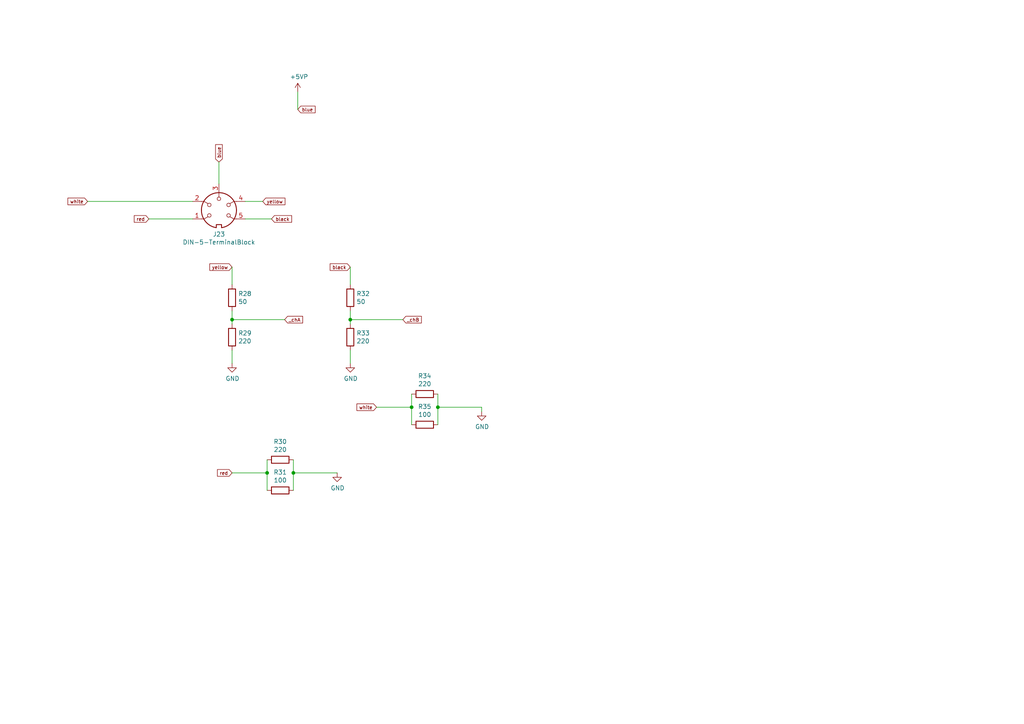
<source format=kicad_sch>
(kicad_sch (version 20211123) (generator eeschema)
  (paper "A4")
  (lib_symbols
    (symbol "Device:R" (pin_numbers hide) (pin_names (offset 0))
      (property "Reference" "R" (at 2.032 0 90))
      (property "Value" "Device_R" (at 0 0 90))
      (symbol "R_0_1"
        (rectangle (start -1.016 -2.54) (end 1.016 2.54) (stroke (width 0.254)))
      )
      (symbol "R_1_1"
        (pin passive line (at 0 3.81 270) (length 1.27) (name "~") (number "1"))
        (pin passive line (at 0 -3.81 90) (length 1.27) (name "~") (number "2"))
      )
    )
    (symbol "knownParts:DIN-5-TerminalBlock" (pin_names (offset 1.016))
      (property "Reference" "J" (at 3.175 5.715 0))
      (property "Value" "knownParts_DIN-5-TerminalBlock" (at 0 -6.35 0))
      (symbol "DIN-5-TerminalBlock_0_1"
        (arc (start -5.08 0) (mid -3.8609 -3.3364) (end -0.762 -5.08) (stroke (width 0.254)))
        (circle (center -2.794 -1.524) (radius 0.508))
        (circle (center -2.794 1.524) (radius 0.508))
        (polyline (pts (xy 0 5.08) (xy 0 3.81)))
        (polyline (pts (xy -5.08 -2.54) (xy -4.318 -2.54) (xy -3.175 -1.905)))
        (polyline (pts (xy -5.08 2.54) (xy -4.318 2.54) (xy -3.175 1.905)))
        (polyline (pts (xy 5.08 -2.54) (xy 4.318 -2.54) (xy 3.175 -1.905)))
        (polyline (pts (xy 5.08 2.54) (xy 4.318 2.54) (xy 3.175 1.905)))
        (polyline (pts (xy -0.762 -4.953) (xy -0.762 -4.191) (xy 0.762 -4.191) (xy 0.762 -4.953)) (stroke (width 0.254)))
        (circle (center 0 3.302) (radius 0.508))
        (arc (start 0.762 -5.08) (mid 3.8685 -3.343) (end 5.08 0) (stroke (width 0.254)))
        (circle (center 2.794 -1.524) (radius 0.508))
        (circle (center 2.794 1.524) (radius 0.508))
        (arc (start 5.08 0) (mid 0 5.08) (end -5.08 0) (stroke (width 0.254)))
      )
      (symbol "DIN-5-TerminalBlock_1_1"
        (pin passive line (at -7.62 -2.54 0) (length 2.54) (name "~") (number "1"))
        (pin passive line (at -7.62 2.54 0) (length 2.54) (name "~") (number "2"))
        (pin passive line (at 0 7.62 270) (length 2.54) (name "~") (number "3"))
        (pin passive line (at 7.62 2.54 180) (length 2.54) (name "~") (number "4"))
        (pin passive line (at 7.62 -2.54 180) (length 2.54) (name "~") (number "5"))
      )
    )
    (symbol "power:+5VP" (power) (pin_names (offset 0))
      (property "Value" "power_+5VP" (at 0 3.556 0))
      (symbol "+5VP_0_1"
        (polyline (pts (xy -0.762 1.27) (xy 0 2.54)))
        (polyline (pts (xy 0 0) (xy 0 2.54)))
        (polyline (pts (xy 0 2.54) (xy 0.762 1.27)))
      )
      (symbol "+5VP_1_1"
        (pin power_in line (at 0 0 90) (length 0) hide (name "+5VP") (number "1"))
      )
    )
    (symbol "power:GND" (power) (pin_names (offset 0))
      (property "Value" "power_GND" (at 0 -3.81 0))
      (symbol "GND_0_1"
        (polyline (pts (xy 0 0) (xy 0 -1.27) (xy 1.27 -1.27) (xy 0 -2.54) (xy -1.27 -1.27) (xy 0 -1.27)))
      )
      (symbol "GND_1_1"
        (pin power_in line (at 0 0 270) (length 0) hide (name "GND") (number "1"))
      )
    )
  )
  (junction (at 101.6 92.71))
  (junction (at 85.09 137.16))
  (junction (at 119.38 118.11))
  (junction (at 77.47 137.16))
  (junction (at 67.31 92.71))
  (junction (at 127 118.11))
  (wire (pts (xy 67.31 92.71) (xy 67.31 93.98)))
  (wire (pts (xy 127 118.11) (xy 139.7 118.11)))
  (wire (pts (xy 127 118.11) (xy 127 114.3)))
  (wire (pts (xy 77.47 133.35) (xy 77.47 137.16)))
  (wire (pts (xy 67.31 77.47) (xy 67.31 82.55)))
  (wire (pts (xy 25.4 58.42) (xy 55.88 58.42)))
  (wire (pts (xy 119.38 118.11) (xy 119.38 123.19)))
  (wire (pts (xy 127 123.19) (xy 127 118.11)))
  (wire (pts (xy 82.55 92.71) (xy 67.31 92.71)))
  (wire (pts (xy 116.84 92.71) (xy 101.6 92.71)))
  (wire (pts (xy 101.6 90.17) (xy 101.6 92.71)))
  (wire (pts (xy 63.5 46.99) (xy 63.5 53.34)))
  (wire (pts (xy 101.6 77.47) (xy 101.6 82.55)))
  (wire (pts (xy 139.7 118.11) (xy 139.7 119.38)))
  (wire (pts (xy 85.09 137.16) (xy 97.79 137.16)))
  (wire (pts (xy 101.6 92.71) (xy 101.6 93.98)))
  (wire (pts (xy 71.12 63.5) (xy 78.74 63.5)))
  (wire (pts (xy 85.09 142.24) (xy 85.09 137.16)))
  (wire (pts (xy 101.6 101.6) (xy 101.6 105.41)))
  (wire (pts (xy 67.31 101.6) (xy 67.31 105.41)))
  (wire (pts (xy 76.2 58.42) (xy 71.12 58.42)))
  (wire (pts (xy 67.31 90.17) (xy 67.31 92.71)))
  (wire (pts (xy 109.22 118.11) (xy 119.38 118.11)))
  (wire (pts (xy 67.31 137.16) (xy 77.47 137.16)))
  (wire (pts (xy 119.38 114.3) (xy 119.38 118.11)))
  (wire (pts (xy 85.09 137.16) (xy 85.09 133.35)))
  (wire (pts (xy 86.36 26.67) (xy 86.36 31.75)))
  (wire (pts (xy 77.47 137.16) (xy 77.47 142.24)))
  (wire (pts (xy 43.18 63.5) (xy 55.88 63.5)))
  (global_label "yellow" (shape input) (at 67.31 77.47 180) (effects (font (size 0.9906 0.9906))) (property "Intersheet References" "${INTERSHEET_REFS}" (effects hide)))
  (global_label "white" (shape input) (at 109.22 118.11 180) (effects (font (size 0.9906 0.9906))) (property "Intersheet References" "${INTERSHEET_REFS}" (effects hide)))
  (global_label "_chB" (shape input) (at 116.84 92.71 0) (effects (font (size 0.9906 0.9906))) (property "Intersheet References" "${INTERSHEET_REFS}" (effects hide)))
  (global_label "black" (shape input) (at 101.6 77.47 180) (effects (font (size 0.9906 0.9906))) (property "Intersheet References" "${INTERSHEET_REFS}" (effects hide)))
  (global_label "red" (shape input) (at 43.18 63.5 180) (effects (font (size 0.9906 0.9906))) (property "Intersheet References" "${INTERSHEET_REFS}" (effects hide)))
  (global_label "_chA" (shape input) (at 82.55 92.71 0) (effects (font (size 0.9906 0.9906))) (property "Intersheet References" "${INTERSHEET_REFS}" (effects hide)))
  (global_label "black" (shape input) (at 78.74 63.5 0) (effects (font (size 0.9906 0.9906))) (property "Intersheet References" "${INTERSHEET_REFS}" (effects hide)))
  (global_label "blue" (shape input) (at 63.5 46.99 90) (effects (font (size 0.9906 0.9906))) (property "Intersheet References" "${INTERSHEET_REFS}" (effects hide)))
  (global_label "red" (shape input) (at 67.31 137.16 180) (effects (font (size 0.9906 0.9906))) (property "Intersheet References" "${INTERSHEET_REFS}" (effects hide)))
  (global_label "yellow" (shape input) (at 76.2 58.42 0) (effects (font (size 0.9906 0.9906))) (property "Intersheet References" "${INTERSHEET_REFS}" (effects hide)))
  (global_label "blue" (shape input) (at 86.36 31.75 0) (effects (font (size 0.9906 0.9906))) (property "Intersheet References" "${INTERSHEET_REFS}" (effects hide)))
  (global_label "white" (shape input) (at 25.4 58.42 180) (effects (font (size 0.9906 0.9906))) (property "Intersheet References" "${INTERSHEET_REFS}" (effects hide)))
  (symbol (lib_id "Device:R") (at 123.19 114.3 270) (unit 1)
    (property "Reference" "R34" (at 123.19 109.0422 90))
    (property "Value" "220" (at 123.19 111.3536 90))
    (property "Footprint" "Resistor_THT:R_Axial_DIN0204_L3.6mm_D1.6mm_P7.62mm_Horizontal" (effects hide))
  )
  (symbol (lib_id "Device:R") (at 123.19 123.19 270) (unit 1)
    (property "Reference" "R35" (at 123.19 117.9322 90))
    (property "Value" "100" (at 123.19 120.2436 90))
    (property "Footprint" "Resistor_THT:R_Axial_DIN0204_L3.6mm_D1.6mm_P7.62mm_Horizontal" (effects hide))
  )
  (symbol (lib_id "Device:R") (at 81.28 133.35 270) (unit 1)
    (property "Reference" "R30" (at 81.28 128.0922 90))
    (property "Value" "220" (at 81.28 130.4036 90))
    (property "Footprint" "Resistor_THT:R_Axial_DIN0204_L3.6mm_D1.6mm_P7.62mm_Horizontal" (effects hide))
  )
  (symbol (lib_id "Device:R") (at 81.28 142.24 270) (unit 1)
    (property "Reference" "R31" (at 81.28 136.9822 90))
    (property "Value" "100" (at 81.28 139.2936 90))
    (property "Footprint" "Resistor_THT:R_Axial_DIN0204_L3.6mm_D1.6mm_P7.62mm_Horizontal" (effects hide))
  )
  (symbol (lib_id "Device:R") (at 67.31 86.36 180) (unit 1)
    (property "Reference" "R28" (at 69.088 85.1916 0) (effects (justify right)))
    (property "Value" "50" (at 69.088 87.503 0) (effects (justify right)))
    (property "Footprint" "Resistor_THT:R_Axial_DIN0204_L3.6mm_D1.6mm_P7.62mm_Horizontal" (effects hide))
  )
  (symbol (lib_id "Device:R") (at 67.31 97.79 180) (unit 1)
    (property "Reference" "R29" (at 69.088 96.6216 0) (effects (justify right)))
    (property "Value" "220" (at 69.088 98.933 0) (effects (justify right)))
    (property "Footprint" "Resistor_THT:R_Axial_DIN0204_L3.6mm_D1.6mm_P7.62mm_Horizontal" (effects hide))
  )
  (symbol (lib_id "power:GND") (at 101.6 105.41 0) (unit 1)
    (property "Reference" "#PWR012" (effects hide))
    (property "Value" "GND" (at 101.727 109.8042 0))
  )
  (symbol (lib_id "Device:R") (at 101.6 86.36 180) (unit 1)
    (property "Reference" "R32" (at 103.378 85.1916 0) (effects (justify right)))
    (property "Value" "50" (at 103.378 87.503 0) (effects (justify right)))
    (property "Footprint" "Resistor_THT:R_Axial_DIN0204_L3.6mm_D1.6mm_P7.62mm_Horizontal" (effects hide))
  )
  (symbol (lib_id "Device:R") (at 101.6 97.79 180) (unit 1)
    (property "Reference" "R33" (at 103.378 96.6216 0) (effects (justify right)))
    (property "Value" "220" (at 103.378 98.933 0) (effects (justify right)))
    (property "Footprint" "Resistor_THT:R_Axial_DIN0204_L3.6mm_D1.6mm_P7.62mm_Horizontal" (effects hide))
  )
  (symbol (lib_id "power:+5VP") (at 86.36 26.67 0) (unit 1)
    (property "Reference" "#PWR0147" (effects hide))
    (property "Value" "+5VP" (at 86.741 22.2758 0))
  )
  (symbol (lib_id "power:GND") (at 67.31 105.41 0) (unit 1)
    (property "Reference" "#PWR0149" (effects hide))
    (property "Value" "GND" (at 67.437 109.8042 0))
  )
  (symbol (lib_id "power:GND") (at 139.7 119.38 0) (unit 1)
    (property "Reference" "#PWR0153" (effects hide))
    (property "Value" "GND" (at 139.827 123.7742 0))
  )
  (symbol (lib_id "power:GND") (at 97.79 137.16 0) (unit 1)
    (property "Reference" "#PWR0154" (effects hide))
    (property "Value" "GND" (at 97.917 141.5542 0))
  )
  (symbol (lib_id "knownParts:DIN-5-TerminalBlock") (at 63.5 60.96 0) (unit 1)
    (property "Reference" "J23" (at 63.5 67.945 0))
    (property "Value" "DIN-5-TerminalBlock" (at 63.5 70.2564 0))
    (property "Footprint" "TerminalBlock:TerminalBlock_bornier-5_P5.08mm" (effects hide))
    (property "Datasheet" "http://www.mouser.com/ds/2/18/40_c091_abd_e-75918.pdf" (effects hide))
  )
)
</source>
